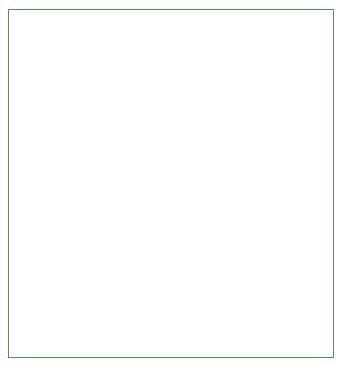
<source format=gbr>
%TF.GenerationSoftware,KiCad,Pcbnew,9.0.2*%
%TF.CreationDate,2025-12-19T01:31:03+05:30*%
%TF.ProjectId,assignment,61737369-676e-46d6-956e-742e6b696361,rev?*%
%TF.SameCoordinates,Original*%
%TF.FileFunction,Profile,NP*%
%FSLAX46Y46*%
G04 Gerber Fmt 4.6, Leading zero omitted, Abs format (unit mm)*
G04 Created by KiCad (PCBNEW 9.0.2) date 2025-12-19 01:31:03*
%MOMM*%
%LPD*%
G01*
G04 APERTURE LIST*
%TA.AperFunction,Profile*%
%ADD10C,0.050000*%
%TD*%
G04 APERTURE END LIST*
D10*
X144000000Y-96000000D02*
X116500000Y-96000000D01*
X144000000Y-66500000D02*
X144000000Y-67500000D01*
X116500000Y-66500000D02*
X144000000Y-66500000D01*
X116500000Y-96000000D02*
X116500000Y-66500000D01*
X144000000Y-67500000D02*
X144000000Y-96000000D01*
M02*

</source>
